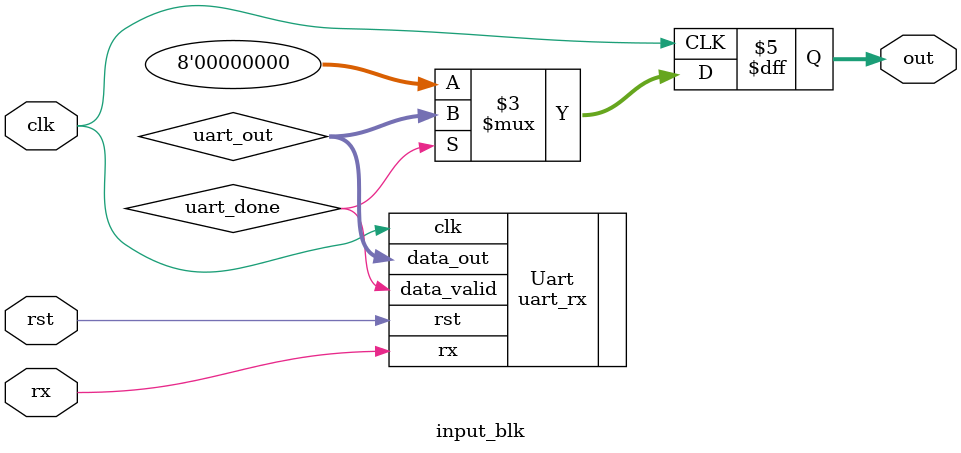
<source format=sv>
module input_blk #(
        parameter BAUD = 100_000
    ) (
        input logic clk, rst,
        input logic rx,
        output logic [7:0] out
    );
    
    logic [7:0] uart_out;
    
    uart_rx #(
        .BAUD(BAUD)
    ) Uart (
        .clk(clk),
        .rst(rst),
        .rx(rx),
        .data_valid(uart_done),
        .data_out(uart_out)
    );
    
    always_ff @(posedge clk) begin
        if (uart_done) out <= uart_out;
        else out <= '0;
    end
endmodule

</source>
